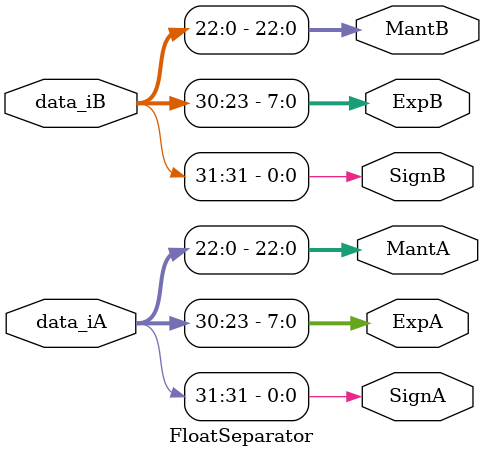
<source format=v>
module FloatSeparator(data_iA, data_iB, SignA, ExpA, MantA, SignB, ExpB, MantB);
	input [31:0] data_iA, data_iB;
	output SignA, SignB;
	output [7:0] ExpA,ExpB;
	output [22:0] MantA, MantB;
	
	assign SignA = data_iA[31];
	assign SignB = data_iB[31];
	
	assign ExpA = data_iA[30:23];
	assign ExpB = data_iB[30:23];
	
	assign MantA = data_iA[22:0];
	assign MantB = data_iB[22:0];
endmodule
</source>
